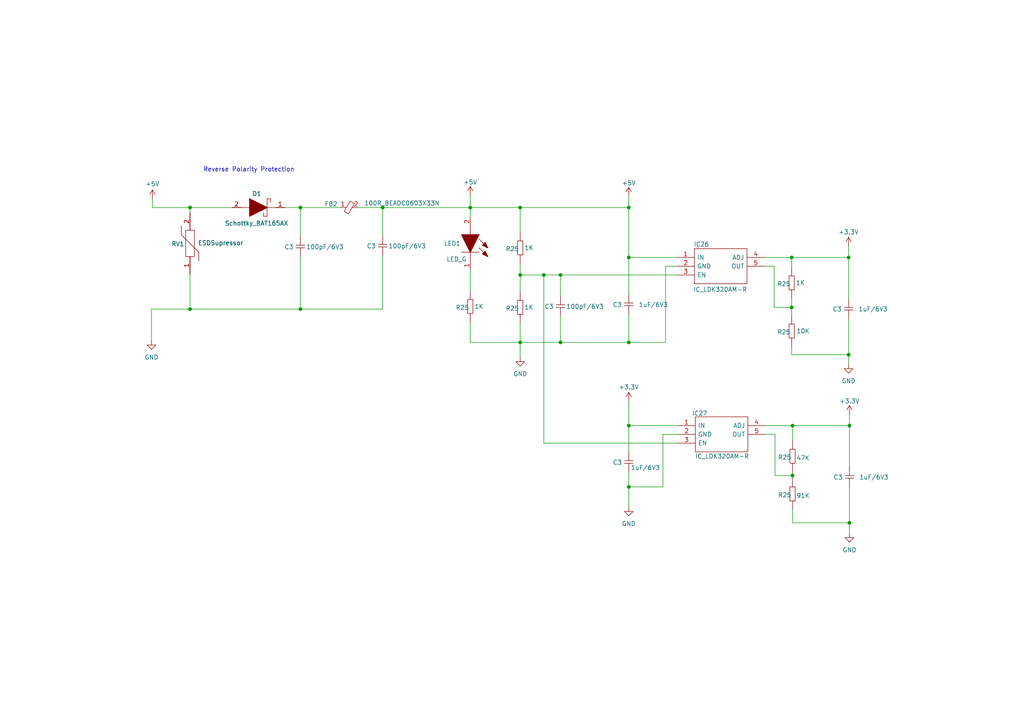
<source format=kicad_sch>
(kicad_sch (version 20230121) (generator eeschema)
  (paper "A4")
  (lib_symbols
    (symbol "C_CER/6.3V_1" (pin_names (offset 0.762))
      (property "Reference" "C" (at 8.89 6.35 0))
      (property "Value" "C_CER/6.3V" (at 8.89 3.81 0))
      (symbol "C_CER/6.3V_1_0_1"
        (polyline (pts (xy 5.588 -1.016) (xy 5.588 -1.27)))
        (polyline (pts (xy 5.588 1.27) (xy 5.588 -1.016)))
        (polyline (pts (xy 6.35 1.27) (xy 6.35 -1.27)))
      )
      (symbol "C_CER/6.3V_1_1_1"
        (pin input line (at 3.048 0 0) (length 2.54) (name "") (number ""))
        (pin input line (at 8.89 0 180) (length 2.54) (name "") (number ""))
      )
    )
    (symbol "Fermion_1:BAT165AX" (pin_names (offset 0.762))
      (property "Reference" "D" (at 12.7 8.89 0))
      (property "Value" "BAT165AX" (at 12.7 6.35 0))
      (symbol "BAT165AX_0_0"
        (pin passive line (at 2.54 0 0) (length 2.54) (name "~") (number "1"))
        (pin passive line (at 17.78 0 180) (length 2.54) (name "~") (number "2"))
      )
      (symbol "BAT165AX_0_1"
        (polyline (pts (xy 5.08 0) (xy 7.62 0)) (stroke (width 0.1524)))
        (polyline (pts (xy 7.62 2.54) (xy 7.62 -2.54)) (stroke (width 0.1524)))
        (polyline (pts (xy 12.7 0) (xy 15.24 0)) (stroke (width 0.1524)))
        (polyline (pts (xy 7.62 -2.54) (xy 6.604 -2.54) (xy 6.604 -1.524)) (stroke (width 0.1524)))
        (polyline (pts (xy 7.62 2.54) (xy 8.636 2.54) (xy 8.636 1.524)) (stroke (width 0.1524)))
        (polyline (pts (xy 7.62 0) (xy 12.7 2.54) (xy 12.7 -2.54) (xy 7.62 0)) (stroke (width 0.254)) (fill (type outline)))
      )
    )
    (symbol "Fermion_1:ESD-Supresssor" (pin_names (offset 0.762))
      (property "Reference" "RV" (at -6.35 6.35 0))
      (property "Value" "ESD-Supresssor" (at -5.08 -12.7 0))
      (symbol "ESD-Supresssor_0_0"
        (pin passive line (at 0 -8.89 90) (length 5.08) (name "~") (number "1"))
        (pin passive line (at 0 8.89 270) (length 5.08) (name "~") (number "2"))
      )
      (symbol "ESD-Supresssor_0_1"
        (polyline (pts (xy 2.54 -5.08) (xy 2.54 -2.54) (xy -2.54 2.54) (xy -2.54 5.08)) (stroke (width 0.1524)))
        (polyline (pts (xy -1.27 -3.81) (xy -1.27 3.81) (xy 1.27 3.81) (xy 1.27 -3.81) (xy -1.27 -3.81)) (stroke (width 0.1524)))
      )
    )
    (symbol "Fermion_1:FB_BEADC0603X33N" (pin_names (offset 0.762))
      (property "Reference" "FB" (at -1.524 3.302 0))
      (property "Value" "FB_BEADC0603X33N" (at -7.62 -5.334 0))
      (symbol "FB_BEADC0603X33N_0_1"
        (polyline (pts (xy -0.889 0) (xy -1.2954 0)))
        (polyline (pts (xy 1.27 0) (xy 0.7874 0)))
        (polyline (pts (xy -0.2794 -1.8288) (xy -1.4986 -1.1176) (xy 0.2032 1.8288) (xy 1.4224 1.1176) (xy -0.2794 -1.8288)))
      )
      (symbol "FB_BEADC0603X33N_1_1"
        (pin passive line (at -2.54 0 0) (length 1.27) (name "~") (number "1"))
        (pin passive line (at 2.54 0 180) (length 1.27) (name "~") (number "2"))
      )
    )
    (symbol "Fermion_1:Green_LED" (pin_names (offset 0.762))
      (property "Reference" "LED" (at 12.7 8.89 0))
      (property "Value" "Green_LED" (at 12.7 6.35 0))
      (symbol "Green_LED_0_0"
        (pin passive line (at 0 0 0) (length 2.54) (name "~") (number "1"))
        (pin passive line (at 15.24 0 180) (length 2.54) (name "~") (number "2"))
      )
      (symbol "Green_LED_0_1"
        (polyline (pts (xy 2.54 0) (xy 5.08 0)) (stroke (width 0.1524)))
        (polyline (pts (xy 5.08 2.54) (xy 5.08 -2.54)) (stroke (width 0.1524)))
        (polyline (pts (xy 6.35 2.54) (xy 3.81 5.08)) (stroke (width 0.1524)))
        (polyline (pts (xy 8.89 2.54) (xy 6.35 5.08)) (stroke (width 0.1524)))
        (polyline (pts (xy 10.16 0) (xy 12.7 0)) (stroke (width 0.1524)))
        (polyline (pts (xy 5.08 0) (xy 10.16 2.54) (xy 10.16 -2.54) (xy 5.08 0)) (stroke (width 0.254)) (fill (type outline)))
        (polyline (pts (xy 5.334 4.318) (xy 4.572 3.556) (xy 3.81 5.08) (xy 5.334 4.318)) (stroke (width 0.254)) (fill (type outline)))
        (polyline (pts (xy 7.874 4.318) (xy 7.112 3.556) (xy 6.35 5.08) (xy 7.874 4.318)) (stroke (width 0.254)) (fill (type outline)))
      )
    )
    (symbol "Fermion_1:LDO_regulator" (pin_names (offset 0.762))
      (property "Reference" "IC" (at 21.59 7.62 0))
      (property "Value" "LDO_regulator" (at 21.59 5.08 0))
      (symbol "LDO_regulator_0_0"
        (pin passive line (at 0 0 0) (length 5.08) (name "IN") (number "1"))
        (pin passive line (at 0 -2.54 0) (length 5.08) (name "GND") (number "2"))
        (pin passive line (at 0 -5.08 0) (length 5.08) (name "EN") (number "3"))
        (pin passive line (at 25.4 0 180) (length 5.08) (name "ADJ") (number "4"))
        (pin passive line (at 25.4 -2.54 180) (length 5.08) (name "OUT") (number "5"))
      )
      (symbol "LDO_regulator_0_1"
        (polyline (pts (xy 5.08 2.54) (xy 20.32 2.54) (xy 20.32 -7.62) (xy 5.08 -7.62) (xy 5.08 2.54)) (stroke (width 0.1524)))
      )
    )
    (symbol "Fermion_1:R_0402" (pin_names (offset 0.762))
      (property "Reference" "R" (at 13.97 6.35 0))
      (property "Value" "R_0402" (at 13.97 3.81 0))
      (symbol "R_0402_0_1"
        (rectangle (start 6.096 1.016) (end 10.16 -0.508))
      )
      (symbol "R_0402_1_1"
        (pin input line (at 3.556 0.254 0) (length 2.54) (name "") (number ""))
        (pin input line (at 12.7 0.254 180) (length 2.54) (name "") (number ""))
      )
    )
    (symbol "power:+3.3V" (power) (pin_names (offset 0))
      (property "Value" "+3.3V" (at 0 3.556 0))
      (symbol "+3.3V_0_1"
        (polyline (pts (xy -0.762 1.27) (xy 0 2.54)))
        (polyline (pts (xy 0 0) (xy 0 2.54)))
        (polyline (pts (xy 0 2.54) (xy 0.762 1.27)))
      )
      (symbol "+3.3V_1_1"
        (pin power_in line (at 0 0 90) (length 0) hide (name "+3.3V") (number "1"))
      )
    )
    (symbol "power:+5V" (power) (pin_names (offset 0))
      (property "Value" "+5V" (at 0 3.556 0))
      (symbol "+5V_0_1"
        (polyline (pts (xy -0.762 1.27) (xy 0 2.54)))
        (polyline (pts (xy 0 0) (xy 0 2.54)))
        (polyline (pts (xy 0 2.54) (xy 0.762 1.27)))
      )
      (symbol "+5V_1_1"
        (pin power_in line (at 0 0 90) (length 0) hide (name "+5V") (number "1"))
      )
    )
    (symbol "power:GND" (power) (pin_names (offset 0))
      (property "Value" "GND" (at 0 -3.81 0))
      (symbol "GND_0_1"
        (polyline (pts (xy 0 0) (xy 0 -1.27) (xy 1.27 -1.27) (xy 0 -2.54) (xy -1.27 -1.27) (xy 0 -1.27)))
      )
      (symbol "GND_1_1"
        (pin power_in line (at 0 0 270) (length 0) hide (name "GND") (number "1"))
      )
    )
  )
  (junction (at 55.118 60.198))
  (junction (at 136.398 60.198))
  (junction (at 182.372 60.198))
  (junction (at 229.616 74.676))
  (junction (at 157.734 79.756))
  (junction (at 87.122 89.662))
  (junction (at 162.56 99.314))
  (junction (at 150.876 79.756))
  (junction (at 246.126 74.676))
  (junction (at 229.87 137.922))
  (junction (at 246.38 123.444))
  (junction (at 229.87 123.444))
  (junction (at 229.616 89.154))
  (junction (at 182.372 74.676))
  (junction (at 87.122 60.198))
  (junction (at 182.372 99.314))
  (junction (at 110.998 60.198))
  (junction (at 246.126 102.87))
  (junction (at 182.372 123.444))
  (junction (at 246.38 151.638))
  (junction (at 182.372 141.224))
  (junction (at 150.876 60.198))
  (junction (at 150.876 99.314))
  (junction (at 55.118 89.662))
  (junction (at 162.56 79.756))
  (wire (pts (xy 162.56 99.314) (xy 150.876 99.314)))
  (wire (pts (xy 229.87 136.906) (xy 229.87 137.922)))
  (wire (pts (xy 103.886 60.198) (xy 110.998 60.198)))
  (wire (pts (xy 55.118 60.198) (xy 67.31 60.198)))
  (wire (pts (xy 55.118 89.662) (xy 87.122 89.662)))
  (wire (pts (xy 229.87 138.684) (xy 229.87 137.922)))
  (wire (pts (xy 246.126 102.87) (xy 246.126 105.664)))
  (wire (pts (xy 229.616 100.584) (xy 229.616 102.87)))
  (wire (pts (xy 55.118 61.722) (xy 55.118 60.198)))
  (wire (pts (xy 82.55 60.198) (xy 87.122 60.198)))
  (wire (pts (xy 43.942 89.662) (xy 55.118 89.662)))
  (wire (pts (xy 150.876 93.726) (xy 150.876 99.314)))
  (wire (pts (xy 157.734 79.756) (xy 157.734 128.524)))
  (wire (pts (xy 246.38 151.638) (xy 246.38 154.686)))
  (wire (pts (xy 224.536 77.216) (xy 224.536 89.154)))
  (wire (pts (xy 192.278 141.224) (xy 182.372 141.224)))
  (wire (pts (xy 229.87 123.444) (xy 246.38 123.444)))
  (wire (pts (xy 246.38 123.444) (xy 246.38 135.382)))
  (wire (pts (xy 182.372 116.332) (xy 182.372 123.444)))
  (wire (pts (xy 150.876 60.198) (xy 182.372 60.198)))
  (wire (pts (xy 182.372 60.198) (xy 182.372 74.676)))
  (wire (pts (xy 182.372 141.224) (xy 182.372 147.066)))
  (wire (pts (xy 196.596 128.524) (xy 157.734 128.524)))
  (wire (pts (xy 182.372 74.676) (xy 182.372 85.344)))
  (wire (pts (xy 229.616 102.87) (xy 246.126 102.87)))
  (wire (pts (xy 150.876 99.314) (xy 150.876 103.632)))
  (wire (pts (xy 182.372 123.444) (xy 196.596 123.444)))
  (wire (pts (xy 55.118 79.502) (xy 55.118 89.662)))
  (wire (pts (xy 182.372 131.064) (xy 182.372 123.444)))
  (wire (pts (xy 162.56 79.756) (xy 162.56 85.852)))
  (wire (pts (xy 182.372 99.314) (xy 162.56 99.314)))
  (wire (pts (xy 150.876 60.198) (xy 150.876 67.31)))
  (wire (pts (xy 229.616 86.614) (xy 229.616 89.154)))
  (wire (pts (xy 136.398 60.198) (xy 150.876 60.198)))
  (wire (pts (xy 44.196 60.198) (xy 55.118 60.198)))
  (wire (pts (xy 246.126 92.456) (xy 246.126 102.87)))
  (wire (pts (xy 224.79 125.984) (xy 224.79 137.922)))
  (wire (pts (xy 87.122 60.198) (xy 98.806 60.198)))
  (wire (pts (xy 229.87 151.638) (xy 246.38 151.638)))
  (wire (pts (xy 150.876 79.756) (xy 150.876 84.582)))
  (wire (pts (xy 182.372 74.676) (xy 196.342 74.676)))
  (wire (pts (xy 229.87 123.444) (xy 229.87 127.762)))
  (wire (pts (xy 246.38 120.142) (xy 246.38 123.444)))
  (wire (pts (xy 229.616 74.676) (xy 246.126 74.676)))
  (wire (pts (xy 162.56 79.756) (xy 196.342 79.756)))
  (wire (pts (xy 110.998 60.198) (xy 110.998 68.326)))
  (wire (pts (xy 110.998 89.662) (xy 110.998 74.168)))
  (wire (pts (xy 136.398 78.232) (xy 136.398 84.328)))
  (wire (pts (xy 136.398 93.472) (xy 136.398 99.314)))
  (wire (pts (xy 192.278 125.984) (xy 192.278 141.224)))
  (wire (pts (xy 221.996 125.984) (xy 224.79 125.984)))
  (wire (pts (xy 87.122 89.662) (xy 110.998 89.662)))
  (wire (pts (xy 87.122 74.422) (xy 87.122 89.662)))
  (wire (pts (xy 246.126 74.676) (xy 246.126 86.614)))
  (wire (pts (xy 157.734 79.756) (xy 162.56 79.756)))
  (wire (pts (xy 136.398 56.642) (xy 136.398 60.198)))
  (wire (pts (xy 162.56 91.694) (xy 162.56 99.314)))
  (wire (pts (xy 150.876 76.454) (xy 150.876 79.756)))
  (wire (pts (xy 224.79 137.922) (xy 229.87 137.922)))
  (wire (pts (xy 229.616 89.154) (xy 229.616 91.44)))
  (wire (pts (xy 193.04 77.216) (xy 193.04 99.314)))
  (wire (pts (xy 150.876 79.756) (xy 157.734 79.756)))
  (wire (pts (xy 43.942 89.662) (xy 43.942 98.806)))
  (wire (pts (xy 193.04 99.314) (xy 182.372 99.314)))
  (wire (pts (xy 182.372 136.906) (xy 182.372 141.224)))
  (wire (pts (xy 44.196 57.658) (xy 44.196 60.198)))
  (wire (pts (xy 110.998 60.198) (xy 136.398 60.198)))
  (wire (pts (xy 136.398 99.314) (xy 150.876 99.314)))
  (wire (pts (xy 182.372 91.186) (xy 182.372 99.314)))
  (wire (pts (xy 221.742 74.676) (xy 229.616 74.676)))
  (wire (pts (xy 196.596 125.984) (xy 192.278 125.984)))
  (wire (pts (xy 229.87 147.828) (xy 229.87 151.638)))
  (wire (pts (xy 221.996 123.444) (xy 229.87 123.444)))
  (wire (pts (xy 87.122 68.58) (xy 87.122 60.198)))
  (wire (pts (xy 136.398 60.198) (xy 136.398 62.992)))
  (wire (pts (xy 182.372 56.896) (xy 182.372 60.198)))
  (wire (pts (xy 246.126 71.374) (xy 246.126 74.676)))
  (wire (pts (xy 224.536 89.154) (xy 229.616 89.154)))
  (wire (pts (xy 221.742 77.216) (xy 224.536 77.216)))
  (wire (pts (xy 229.616 74.676) (xy 229.616 77.47)))
  (wire (pts (xy 246.38 141.224) (xy 246.38 151.638)))
  (wire (pts (xy 196.342 77.216) (xy 193.04 77.216)))
  (text "Reverse Polarity Protection\n" (at 58.928 50.038 0) (effects (font (size 1.27 1.27)) (justify left bottom)))
  (symbol (lib_name "C_CER/6.3V_1") (lib_id "Fermion_1:C_CER/6.3V") (at 162.56 94.742 90) (unit 1)
    (property "Reference" "C3" (at 159.258 88.9 90))
    (property "Value" "100pF/6V3" (at 169.672 88.9 90))
    (property "Footprint" "Fermion_1:0402CAP" (effects hide))
    (property "Datasheet" "https://datasheets.kyocera-avx.com/U-Series.pdf" (effects hide))
    (property "Description" "Multilayer Ceramic Capacitors MLCC - SMD/SMT 6.3V 22uF X5R 0402 20% Tol HIGH CV" (effects hide))
    (property "Height" "0.56" (effects hide))
    (property "Mouser Part Number" "581-04026D226MAT2A" (effects hide))
    (property "Mouser Price/Stock" "https://www.mouser.co.uk/ProductDetail/AVX/04026D226MAT2A?qs=L9xfcFkVX3eSCAzdzufHAA%3D%3D" (effects hide))
    (property "Manufacturer_Name" "AVX" (effects hide))
    (property "Manufacturer_Part_Number" "04026D226MAT2A" (effects hide))
    (instances (project "EMG_2" (path "" (reference "C3") (unit 1)) (path "" (reference "C65") (unit 1))))
  )
  (symbol (lib_id "Fermion_1:R_0402") (at 151.13 97.282 90) (unit 1)
    (property "Reference" "R25" (at 148.59 89.4588 90))
    (property "Value" "1K" (at 153.416 89.154 90))
    (property "Footprint" "Fermion_1:RES0402" (effects hide))
    (property "Datasheet" "https://g.componentsearchengine.com/Datasheets/0/13902106.pdf" (effects hide))
    (property "Description" "CFN Series Metal Foil, Current Sense Resistor" (effects hide))
    (property "Height" "0.55" (effects hide))
    (property "Mouser Part Number" "652-CFN0402-JX-R020E" (effects hide))
    (property "Mouser Price/Stock" "https://www.mouser.co.uk/ProductDetail/Bourns/CFN0402-JX-R020ELF?qs=iLbezkQI%252Bsi0LPdSp%252B%2FClA%3D%3D" (effects hide))
    (property "Manufacturer_Name" "Bourns" (effects hide))
    (property "Manufacturer_Part_Number" "CFN0402-JX-R020ELF" (effects hide))
    (instances (project "EMG_2" (path "" (reference "R25") (unit 1)) (path "" (reference "R133") (unit 1))))
  )
  (symbol (lib_id "power:+5V") (at 44.196 57.658 0) (unit 1)
    (property "Reference" "#PWR012" (effects hide))
    (property "Value" "+5V" (at 44.196 53.34 0))
  )
  (symbol (lib_id "power:GND") (at 246.38 154.686 0) (unit 1)
    (property "Reference" "#PWR028" (effects hide))
    (property "Value" "GND" (at 246.38 159.512 0))
  )
  (symbol (lib_name "C_CER/6.3V_1") (lib_id "Fermion_1:C_CER/6.3V") (at 110.998 77.216 90) (unit 1)
    (property "Reference" "C3" (at 107.696 71.374 90))
    (property "Value" "100pF/6V3" (at 118.11 71.374 90))
    (property "Footprint" "Fermion_1:0402CAP" (effects hide))
    (property "Datasheet" "https://datasheets.kyocera-avx.com/U-Series.pdf" (effects hide))
    (property "Description" "Multilayer Ceramic Capacitors MLCC - SMD/SMT 6.3V 22uF X5R 0402 20% Tol HIGH CV" (effects hide))
    (property "Height" "0.56" (effects hide))
    (property "Mouser Part Number" "581-04026D226MAT2A" (effects hide))
    (property "Mouser Price/Stock" "https://www.mouser.co.uk/ProductDetail/AVX/04026D226MAT2A?qs=L9xfcFkVX3eSCAzdzufHAA%3D%3D" (effects hide))
    (property "Manufacturer_Name" "AVX" (effects hide))
    (property "Manufacturer_Part_Number" "04026D226MAT2A" (effects hide))
    (instances (project "EMG_2" (path "" (reference "C3") (unit 1)) (path "" (reference "C64") (unit 1))))
  )
  (symbol (lib_name "C_CER/6.3V_1") (lib_id "Fermion_1:C_CER/6.3V") (at 182.372 94.234 90) (unit 1)
    (property "Reference" "C3" (at 179.07 88.392 90))
    (property "Value" "1uF/6V3" (at 189.484 88.392 90))
    (property "Footprint" "Fermion_1:0402CAP" (effects hide))
    (property "Datasheet" "https://datasheets.kyocera-avx.com/U-Series.pdf" (effects hide))
    (property "Description" "Multilayer Ceramic Capacitors MLCC - SMD/SMT 6.3V 22uF X5R 0402 20% Tol HIGH CV" (effects hide))
    (property "Height" "0.56" (effects hide))
    (property "Mouser Part Number" "581-04026D226MAT2A" (effects hide))
    (property "Mouser Price/Stock" "https://www.mouser.co.uk/ProductDetail/AVX/04026D226MAT2A?qs=L9xfcFkVX3eSCAzdzufHAA%3D%3D" (effects hide))
    (property "Manufacturer_Name" "AVX" (effects hide))
    (property "Manufacturer_Part_Number" "04026D226MAT2A" (effects hide))
    (instances (project "EMG_2" (path "" (reference "C3") (unit 1)) (path "" (reference "C66") (unit 1))))
  )
  (symbol (lib_id "Fermion_1:BAT165AX") (at 85.09 60.198 180) (unit 1)
    (property "Reference" "D1" (at 74.4728 56.1848 0))
    (property "Value" "Schottky_BAT165AX" (at 74.422 64.77 0))
    (property "Footprint" "Fermion_1:BAT165AX" (effects hide))
    (property "Datasheet" "https://assets.nexperia.com/documents/data-sheet/BAT165A.pdf" (effects hide))
    (property "Description" "40V, 0.75A medium power Schottky barrier rectifier" (effects hide))
    (property "Height" "1.1" (effects hide))
    (property "Mouser Part Number" "771-BAT165AX" (effects hide))
    (property "Mouser Price/Stock" "https://www.mouser.co.uk/ProductDetail/Nexperia/BAT165AX?qs=1fQ7IOp4WriMQ9TlJoQ5jw%3D%3D" (effects hide))
    (property "Manufacturer_Name" "Nexperia" (effects hide))
    (property "Manufacturer_Part_Number" "BAT165AX" (effects hide))
  )
  (symbol (lib_id "power:+3.3V") (at 182.372 116.332 0) (unit 1)
    (property "Reference" "#PWR026" (effects hide))
    (property "Value" "+3.3V" (at 182.372 112.268 0))
  )
  (symbol (lib_id "Fermion_1:R_0402") (at 229.87 90.17 90) (unit 1)
    (property "Reference" "R25" (at 227.33 82.3468 90))
    (property "Value" "1K" (at 232.156 82.042 90))
    (property "Footprint" "Fermion_1:RES0402" (effects hide))
    (property "Datasheet" "https://g.componentsearchengine.com/Datasheets/0/13902106.pdf" (effects hide))
    (property "Description" "CFN Series Metal Foil, Current Sense Resistor" (effects hide))
    (property "Height" "0.55" (effects hide))
    (property "Mouser Part Number" "652-CFN0402-JX-R020E" (effects hide))
    (property "Mouser Price/Stock" "https://www.mouser.co.uk/ProductDetail/Bourns/CFN0402-JX-R020ELF?qs=iLbezkQI%252Bsi0LPdSp%252B%2FClA%3D%3D" (effects hide))
    (property "Manufacturer_Name" "Bourns" (effects hide))
    (property "Manufacturer_Part_Number" "CFN0402-JX-R020ELF" (effects hide))
    (instances (project "EMG_2" (path "" (reference "R25") (unit 1)) (path "" (reference "R134") (unit 1))))
  )
  (symbol (lib_name "C_CER/6.3V_1") (lib_id "Fermion_1:C_CER/6.3V") (at 87.122 77.47 90) (unit 1)
    (property "Reference" "C3" (at 83.82 71.628 90))
    (property "Value" "100pF/6V3" (at 94.234 71.628 90))
    (property "Footprint" "Fermion_1:0402CAP" (effects hide))
    (property "Datasheet" "https://datasheets.kyocera-avx.com/U-Series.pdf" (effects hide))
    (property "Description" "Multilayer Ceramic Capacitors MLCC - SMD/SMT 6.3V 22uF X5R 0402 20% Tol HIGH CV" (effects hide))
    (property "Height" "0.56" (effects hide))
    (property "Mouser Part Number" "581-04026D226MAT2A" (effects hide))
    (property "Mouser Price/Stock" "https://www.mouser.co.uk/ProductDetail/AVX/04026D226MAT2A?qs=L9xfcFkVX3eSCAzdzufHAA%3D%3D" (effects hide))
    (property "Manufacturer_Name" "AVX" (effects hide))
    (property "Manufacturer_Part_Number" "04026D226MAT2A" (effects hide))
    (instances (project "EMG_2" (path "" (reference "C3") (unit 1)) (path "" (reference "C63") (unit 1))))
  )
  (symbol (lib_id "Fermion_1:FB_BEADC0603X33N") (at 101.346 60.198 0) (unit 1)
    (property "Reference" "FB2" (at 96.012 59.182 0))
    (property "Value" "100R_BEADC0603X33N" (at 116.586 58.928 0))
    (property "Footprint" "Fermion_1:BEADC2012X110N" (effects hide))
    (property "Datasheet" "https://product.tdk.com/system/files/dam/doc/product/emc/emc/beads/catalog/beads_commercial_signal_mmz0603-e_en.pdf" (effects hide))
    (property "Description" "Ferrite Chip beads, For general signal line, GHz noise countermeasure (general signal line, high-speed signal line), 0603" (effects hide))
    (property "Height" "0.33" (effects hide))
    (property "Mouser Part Number" "810-MMZ0603D161ET000" (effects hide))
    (property "Mouser Price/Stock" "https://www.mouser.co.uk/ProductDetail/TDK/MMZ0603D161ET000?qs=f9yNj16SXrJ0Nmmwx%2FV7Iw%3D%3D" (effects hide))
    (property "Manufacturer_Name" "TDK" (effects hide))
    (property "Manufacturer_Part_Number" "MMZ0603D161ET000" (effects hide))
  )
  (symbol (lib_id "power:GND") (at 43.942 98.806 0) (unit 1)
    (property "Reference" "#PWR014" (effects hide))
    (property "Value" "GND" (at 43.942 103.632 0))
  )
  (symbol (lib_id "Fermion_1:Green_LED") (at 136.398 78.232 270) (mirror x) (unit 1)
    (property "Reference" "LED1" (at 133.604 70.612 90) (effects (justify right)))
    (property "Value" "LED_G" (at 135.382 75.184 90) (effects (justify right)))
    (property "Footprint" "Fermion_1:SMLP14ECNWT86-LED" (effects hide))
    (property "Datasheet" "https://fscdn.rohm.com/en/products/databook/datasheet/opto/led/chip_mono/smlp14ecnwt86-e.pdf" (effects hide))
    (property "Description" "Standard LEDs - SMD LED GREEN 0603 HIGH BRIGHTNESS" (effects hide))
    (property "Height" "0.25" (effects hide))
    (property "Manufacturer_Name" "ROHM Semiconductor" (effects hide))
    (property "Manufacturer_Part_Number" "SMLP14ECNWT86" (effects hide))
  )
  (symbol (lib_id "Fermion_1:R_0402") (at 151.13 80.01 90) (unit 1)
    (property "Reference" "R25" (at 148.59 72.1868 90))
    (property "Value" "1K" (at 153.416 71.882 90))
    (property "Footprint" "Fermion_1:RES0402" (effects hide))
    (property "Datasheet" "https://g.componentsearchengine.com/Datasheets/0/13902106.pdf" (effects hide))
    (property "Description" "CFN Series Metal Foil, Current Sense Resistor" (effects hide))
    (property "Height" "0.55" (effects hide))
    (property "Mouser Part Number" "652-CFN0402-JX-R020E" (effects hide))
    (property "Mouser Price/Stock" "https://www.mouser.co.uk/ProductDetail/Bourns/CFN0402-JX-R020ELF?qs=iLbezkQI%252Bsi0LPdSp%252B%2FClA%3D%3D" (effects hide))
    (property "Manufacturer_Name" "Bourns" (effects hide))
    (property "Manufacturer_Part_Number" "CFN0402-JX-R020ELF" (effects hide))
    (instances (project "EMG_2" (path "" (reference "R25") (unit 1)) (path "" (reference "R132") (unit 1))))
  )
  (symbol (lib_name "C_CER/6.3V_1") (lib_id "Fermion_1:C_CER/6.3V") (at 182.372 139.954 90) (unit 1)
    (property "Reference" "C3" (at 179.07 134.112 90))
    (property "Value" "1uF/6V3" (at 187.198 135.636 90))
    (property "Footprint" "Fermion_1:0402CAP" (effects hide))
    (property "Datasheet" "https://datasheets.kyocera-avx.com/U-Series.pdf" (effects hide))
    (property "Description" "Multilayer Ceramic Capacitors MLCC - SMD/SMT 6.3V 22uF X5R 0402 20% Tol HIGH CV" (effects hide))
    (property "Height" "0.56" (effects hide))
    (property "Mouser Part Number" "581-04026D226MAT2A" (effects hide))
    (property "Mouser Price/Stock" "https://www.mouser.co.uk/ProductDetail/AVX/04026D226MAT2A?qs=L9xfcFkVX3eSCAzdzufHAA%3D%3D" (effects hide))
    (property "Manufacturer_Name" "AVX" (effects hide))
    (property "Manufacturer_Part_Number" "04026D226MAT2A" (effects hide))
    (instances (project "EMG_2" (path "" (reference "C3") (unit 1)) (path "" (reference "C67") (unit 1))))
  )
  (symbol (lib_id "Fermion_1:ESD-Supresssor") (at 55.118 70.612 0) (unit 1)
    (property "Reference" "RV1" (at 49.6824 70.7644 0) (effects (justify left)))
    (property "Value" "ESDSupressor" (at 57.404 70.4596 0) (effects (justify left)))
    (property "Footprint" "Fermion_1:VARC1005X41N_ESDsup" (effects hide))
    (property "Datasheet" "https://bourns.com/docs/product-datasheets/mlu.pdf?sfvrsn=1940d498_27" (effects hide))
    (property "Description" "ESD Suppressors / TVS Diodes CHIP GUARD 12VOLT" (effects hide))
    (property "Height" "0.41" (effects hide))
    (property "Mouser Part Number" "652-CG0402MLU-12G" (effects hide))
    (property "Mouser Price/Stock" "https://www.mouser.co.uk/ProductDetail/Bourns/CG0402MLU-12G?qs=m8myXnDJXpUNz33UIHxVhA%3D%3D" (effects hide))
    (property "Manufacturer_Name" "Bourns" (effects hide))
    (property "Manufacturer_Part_Number" "CG0402MLU-12G" (effects hide))
  )
  (symbol (lib_id "power:+3.3V") (at 246.38 120.142 0) (unit 1)
    (property "Reference" "#PWR029" (effects hide))
    (property "Value" "+1.8V" (at 246.38 116.332 0))
  )
  (symbol (lib_id "Fermion_1:R_0402") (at 229.87 104.14 90) (unit 1)
    (property "Reference" "R25" (at 227.33 96.3168 90))
    (property "Value" "10K" (at 232.918 96.012 90))
    (property "Footprint" "Fermion_1:RES0402" (effects hide))
    (property "Datasheet" "https://g.componentsearchengine.com/Datasheets/0/13902106.pdf" (effects hide))
    (property "Description" "CFN Series Metal Foil, Current Sense Resistor" (effects hide))
    (property "Height" "0.55" (effects hide))
    (property "Mouser Part Number" "652-CFN0402-JX-R020E" (effects hide))
    (property "Mouser Price/Stock" "https://www.mouser.co.uk/ProductDetail/Bourns/CFN0402-JX-R020ELF?qs=iLbezkQI%252Bsi0LPdSp%252B%2FClA%3D%3D" (effects hide))
    (property "Manufacturer_Name" "Bourns" (effects hide))
    (property "Manufacturer_Part_Number" "CFN0402-JX-R020ELF" (effects hide))
    (instances (project "EMG_2" (path "" (reference "R25") (unit 1)) (path "" (reference "R135") (unit 1))))
  )
  (symbol (lib_id "Fermion_1:R_0402") (at 230.124 151.384 90) (unit 1)
    (property "Reference" "R25" (at 227.584 143.5608 90))
    (property "Value" "91K" (at 232.918 143.764 90))
    (property "Footprint" "Fermion_1:RES0402" (effects hide))
    (property "Datasheet" "https://g.componentsearchengine.com/Datasheets/0/13902106.pdf" (effects hide))
    (property "Description" "CFN Series Metal Foil, Current Sense Resistor" (effects hide))
    (property "Height" "0.55" (effects hide))
    (property "Mouser Part Number" "652-CFN0402-JX-R020E" (effects hide))
    (property "Mouser Price/Stock" "https://www.mouser.co.uk/ProductDetail/Bourns/CFN0402-JX-R020ELF?qs=iLbezkQI%252Bsi0LPdSp%252B%2FClA%3D%3D" (effects hide))
    (property "Manufacturer_Name" "Bourns" (effects hide))
    (property "Manufacturer_Part_Number" "CFN0402-JX-R020ELF" (effects hide))
    (instances (project "EMG_2" (path "" (reference "R25") (unit 1)) (path "" (reference "R137") (unit 1))))
  )
  (symbol (lib_id "power:GND") (at 246.126 105.664 0) (unit 1)
    (property "Reference" "#PWR016" (effects hide))
    (property "Value" "GND" (at 246.126 110.49 0))
  )
  (symbol (lib_id "power:+5V") (at 182.372 56.896 0) (unit 1)
    (property "Reference" "#PWR015" (effects hide))
    (property "Value" "+5V_FILT" (at 182.372 53.086 0))
  )
  (symbol (lib_id "Fermion_1:LDO_regulator") (at 196.596 123.444 0) (unit 1)
    (property "Reference" "IC27" (at 202.946 119.888 0))
    (property "Value" "IC_LDK320AM-R" (at 209.4484 132.334 0))
    (property "Footprint" "Fermion_1:LDO_SOT95P280X145-5N" (effects hide))
    (property "Datasheet" "https://componentsearchengine.com/Datasheets/1/LDK320AM-R.pdf" (effects hide))
    (property "Description" "LDO Voltage Regulators 200 mA low quiescent current and high PSRR voltage regulator" (effects hide))
    (property "Height" "1.45" (effects hide))
    (property "Mouser Part Number" "511-LDK320AM-R" (effects hide))
    (property "Mouser Price/Stock" "https://www.mouser.co.uk/ProductDetail/STMicroelectronics/LDK320AM-R?qs=iR2ablhfrmEQVY8ESb5QMg%3D%3D" (effects hide))
    (property "Manufacturer_Name" "STMicroelectronics" (effects hide))
    (property "Manufacturer_Part_Number" "LDK320AM-R" (effects hide))
  )
  (symbol (lib_name "C_CER/6.3V_1") (lib_id "Fermion_1:C_CER/6.3V") (at 246.126 95.504 90) (unit 1)
    (property "Reference" "C3" (at 242.824 89.662 90))
    (property "Value" "1uF/6V3" (at 253.238 89.662 90))
    (property "Footprint" "Fermion_1:0402CAP" (effects hide))
    (property "Datasheet" "https://datasheets.kyocera-avx.com/U-Series.pdf" (effects hide))
    (property "Description" "Multilayer Ceramic Capacitors MLCC - SMD/SMT 6.3V 22uF X5R 0402 20% Tol HIGH CV" (effects hide))
    (property "Height" "0.56" (effects hide))
    (property "Mouser Part Number" "581-04026D226MAT2A" (effects hide))
    (property "Mouser Price/Stock" "https://www.mouser.co.uk/ProductDetail/AVX/04026D226MAT2A?qs=L9xfcFkVX3eSCAzdzufHAA%3D%3D" (effects hide))
    (property "Manufacturer_Name" "AVX" (effects hide))
    (property "Manufacturer_Part_Number" "04026D226MAT2A" (effects hide))
    (instances (project "EMG_2" (path "" (reference "C3") (unit 1)) (path "" (reference "C68") (unit 1))))
  )
  (symbol (lib_id "Fermion_1:LDO_regulator") (at 196.342 74.676 0) (unit 1)
    (property "Reference" "IC26" (at 203.454 70.866 0))
    (property "Value" "IC_LDK320AM-R" (at 208.8896 83.9724 0))
    (property "Footprint" "Fermion_1:LDO_SOT95P280X145-5N" (effects hide))
    (property "Datasheet" "https://componentsearchengine.com/Datasheets/1/LDK320AM-R.pdf" (effects hide))
    (property "Description" "LDO Voltage Regulators 200 mA low quiescent current and high PSRR voltage regulator" (effects hide))
    (property "Height" "1.45" (effects hide))
    (property "Mouser Part Number" "511-LDK320AM-R" (effects hide))
    (property "Mouser Price/Stock" "https://www.mouser.co.uk/ProductDetail/STMicroelectronics/LDK320AM-R?qs=iR2ablhfrmEQVY8ESb5QMg%3D%3D" (effects hide))
    (property "Manufacturer_Name" "STMicroelectronics" (effects hide))
    (property "Manufacturer_Part_Number" "LDK320AM-R" (effects hide))
  )
  (symbol (lib_id "Fermion_1:R_0402") (at 136.652 97.028 90) (unit 1)
    (property "Reference" "R25" (at 134.112 89.2048 90))
    (property "Value" "1K" (at 138.938 88.9 90))
    (property "Footprint" "Fermion_1:RES0402" (effects hide))
    (property "Datasheet" "https://g.componentsearchengine.com/Datasheets/0/13902106.pdf" (effects hide))
    (property "Description" "CFN Series Metal Foil, Current Sense Resistor" (effects hide))
    (property "Height" "0.55" (effects hide))
    (property "Mouser Part Number" "652-CFN0402-JX-R020E" (effects hide))
    (property "Mouser Price/Stock" "https://www.mouser.co.uk/ProductDetail/Bourns/CFN0402-JX-R020ELF?qs=iLbezkQI%252Bsi0LPdSp%252B%2FClA%3D%3D" (effects hide))
    (property "Manufacturer_Name" "Bourns" (effects hide))
    (property "Manufacturer_Part_Number" "CFN0402-JX-R020ELF" (effects hide))
    (instances (project "EMG_2" (path "" (reference "R25") (unit 1)) (path "" (reference "R131") (unit 1))))
  )
  (symbol (lib_id "power:+5V") (at 136.398 56.642 0) (unit 1)
    (property "Reference" "#PWR021" (effects hide))
    (property "Value" "+V_USB_Filt" (at 136.398 52.832 0))
    (instances (project "EMG_2" (path "" (reference "#PWR021") (unit 1)) (path "" (reference "#PWR022") (unit 1))))
  )
  (symbol (lib_id "power:+3.3V") (at 246.126 71.374 0) (unit 1)
    (property "Reference" "#PWR017" (effects hide))
    (property "Value" "+3.3V" (at 246.126 67.31 0))
  )
  (symbol (lib_id "power:GND") (at 182.372 147.066 0) (unit 1)
    (property "Reference" "#PWR027" (effects hide))
    (property "Value" "GND" (at 182.372 151.892 0))
  )
  (symbol (lib_id "power:GND") (at 150.876 103.632 0) (unit 1)
    (property "Reference" "#PWR013" (effects hide))
    (property "Value" "GND" (at 150.876 108.458 0))
  )
  (symbol (lib_name "C_CER/6.3V_1") (lib_id "Fermion_1:C_CER/6.3V") (at 246.38 144.272 90) (unit 1)
    (property "Reference" "C3" (at 243.078 138.43 90))
    (property "Value" "1uF/6V3" (at 253.492 138.43 90))
    (property "Footprint" "Fermion_1:0402CAP" (effects hide))
    (property "Datasheet" "https://datasheets.kyocera-avx.com/U-Series.pdf" (effects hide))
    (property "Description" "Multilayer Ceramic Capacitors MLCC - SMD/SMT 6.3V 22uF X5R 0402 20% Tol HIGH CV" (effects hide))
    (property "Height" "0.56" (effects hide))
    (property "Mouser Part Number" "581-04026D226MAT2A" (effects hide))
    (property "Mouser Price/Stock" "https://www.mouser.co.uk/ProductDetail/AVX/04026D226MAT2A?qs=L9xfcFkVX3eSCAzdzufHAA%3D%3D" (effects hide))
    (property "Manufacturer_Name" "AVX" (effects hide))
    (property "Manufacturer_Part_Number" "04026D226MAT2A" (effects hide))
    (instances (project "EMG_2" (path "" (reference "C3") (unit 1)) (path "" (reference "C69") (unit 1))))
  )
  (symbol (lib_id "Fermion_1:R_0402") (at 230.124 140.462 90) (unit 1)
    (property "Reference" "R25" (at 227.584 132.6388 90))
    (property "Value" "47K" (at 232.918 132.842 90))
    (property "Footprint" "Fermion_1:RES0402" (effects hide))
    (property "Datasheet" "https://g.componentsearchengine.com/Datasheets/0/13902106.pdf" (effects hide))
    (property "Description" "CFN Series Metal Foil, Current Sense Resistor" (effects hide))
    (property "Height" "0.55" (effects hide))
    (property "Mouser Part Number" "652-CFN0402-JX-R020E" (effects hide))
    (property "Mouser Price/Stock" "https://www.mouser.co.uk/ProductDetail/Bourns/CFN0402-JX-R020ELF?qs=iLbezkQI%252Bsi0LPdSp%252B%2FClA%3D%3D" (effects hide))
    (property "Manufacturer_Name" "Bourns" (effects hide))
    (property "Manufacturer_Part_Number" "CFN0402-JX-R020ELF" (effects hide))
    (instances (project "EMG_2" (path "" (reference "R25") (unit 1)) (path "" (reference "R136") (unit 1))))
  )
)
</source>
